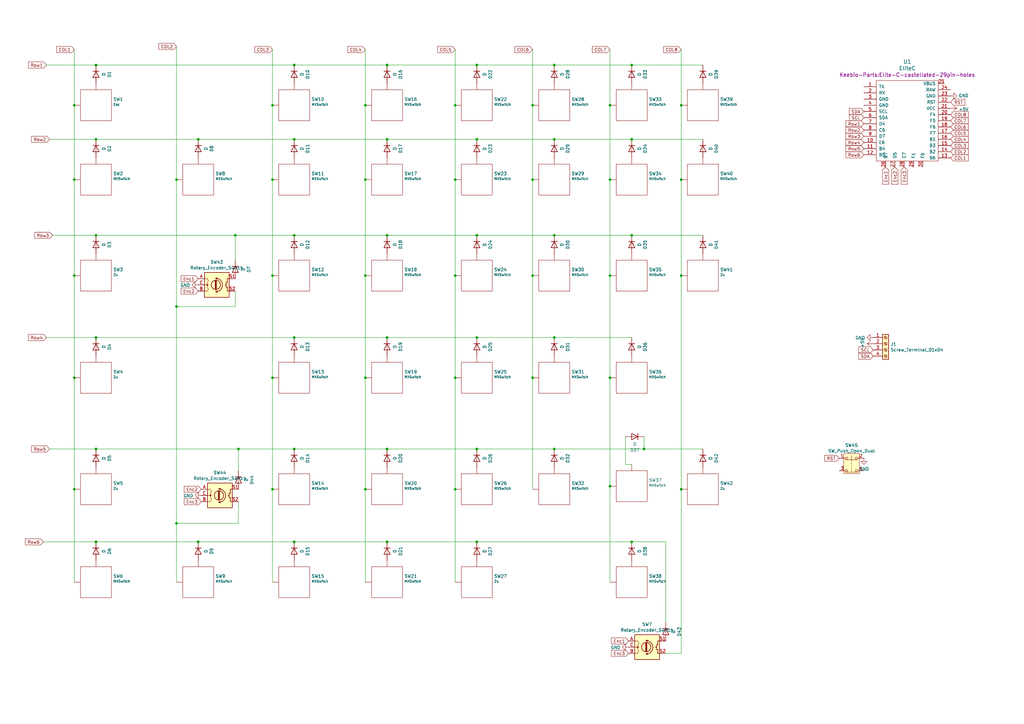
<source format=kicad_sch>
(kicad_sch (version 20231120) (generator "eeschema") (generator_version "8.0")
  (paper "A3")
  (lib_symbols
    (symbol "Connector:Screw_Terminal_01x04" (pin_names (offset 1.016) hide)
      (property "Reference" "J" (at 0 5.08 0))
      (property "Value" "Screw_Terminal_01x04" (at 0 -7.62 0))
      (symbol "Screw_Terminal_01x04_1_1"
        (rectangle (start -1.27 3.81) (end 1.27 -6.35) (stroke (width 0.254)) (fill (type background)))
        (circle (center 0 -5.08) (radius 0.635) (stroke (width 0.1524)))
        (circle (center 0 -2.54) (radius 0.635) (stroke (width 0.1524)))
        (polyline (pts (xy -0.5334 -4.7498) (xy 0.3302 -5.588)) (stroke (width 0.1524)))
        (polyline (pts (xy -0.5334 -2.2098) (xy 0.3302 -3.048)) (stroke (width 0.1524)))
        (polyline (pts (xy -0.5334 0.3302) (xy 0.3302 -0.508)) (stroke (width 0.1524)))
        (polyline (pts (xy -0.5334 2.8702) (xy 0.3302 2.032)) (stroke (width 0.1524)))
        (polyline (pts (xy -0.3556 -4.572) (xy 0.508 -5.4102)) (stroke (width 0.1524)))
        (polyline (pts (xy -0.3556 -2.032) (xy 0.508 -2.8702)) (stroke (width 0.1524)))
        (polyline (pts (xy -0.3556 0.508) (xy 0.508 -0.3302)) (stroke (width 0.1524)))
        (polyline (pts (xy -0.3556 3.048) (xy 0.508 2.2098)) (stroke (width 0.1524)))
        (circle (center 0 0) (radius 0.635) (stroke (width 0.1524)))
        (circle (center 0 2.54) (radius 0.635) (stroke (width 0.1524)))
        (pin passive line (at -5.08 2.54 0) (length 3.81) (name "Pin_1") (number "1"))
        (pin passive line (at -5.08 0 0) (length 3.81) (name "Pin_2") (number "2"))
        (pin passive line (at -5.08 -2.54 0) (length 3.81) (name "Pin_3") (number "3"))
        (pin passive line (at -5.08 -5.08 0) (length 3.81) (name "Pin_4") (number "4"))
      )
    )
    (symbol "Device:D" (pin_numbers hide) (pin_names (offset 1.016) hide)
      (property "Reference" "D" (at 0 2.54 0))
      (property "Value" "D" (at 0 -2.54 0))
      (symbol "D_0_1"
        (polyline (pts (xy -1.27 1.27) (xy -1.27 -1.27)) (stroke (width 0.254)))
        (polyline (pts (xy 1.27 0) (xy -1.27 0)))
        (polyline (pts (xy 1.27 1.27) (xy 1.27 -1.27) (xy -1.27 0) (xy 1.27 1.27)) (stroke (width 0.254)))
      )
      (symbol "D_1_1"
        (pin passive line (at -3.81 0 0) (length 2.54) (name "K") (number "1"))
        (pin passive line (at 3.81 0 180) (length 2.54) (name "A") (number "2"))
      )
    )
    (symbol "Switch:SW_Push_Open_Dual" (pin_names (offset 1.016) hide)
      (property "Reference" "SW" (at 0 3.81 0))
      (property "Value" "SW_Push_Open_Dual" (at 0 -7.62 0))
      (symbol "SW_Push_Open_Dual_0_1"
        (circle (center -2.032 -5.08) (radius 0.508))
        (circle (center -2.032 0) (radius 0.508))
        (polyline (pts (xy 0 -4.953) (xy 0 -5.461)))
        (polyline (pts (xy 0 -3.937) (xy 0 -4.445)))
        (polyline (pts (xy 0 -3.429) (xy 0 -2.921)))
        (polyline (pts (xy 0 -2.413) (xy 0 -1.905)))
        (polyline (pts (xy 0 -1.397) (xy 0 -0.889)))
        (polyline (pts (xy 0 -0.635) (xy 0 1.143)))
        (polyline (pts (xy 2.54 -5.715) (xy -2.54 -5.715)))
        (polyline (pts (xy 2.54 -0.635) (xy -2.54 -0.635)))
        (circle (center 2.032 -5.08) (radius 0.508))
        (circle (center 2.032 0) (radius 0.508))
        (pin passive line (at -5.08 0 0) (length 2.54) (name "1") (number "1"))
        (pin passive line (at 5.08 0 180) (length 2.54) (name "2") (number "2"))
        (pin passive line (at -5.08 -5.08 0) (length 2.54) (name "3") (number "3"))
        (pin passive line (at 5.08 -5.08 180) (length 2.54) (name "4") (number "4"))
      )
      (symbol "SW_Push_Open_Dual_1_1"
        (rectangle (start -3.175 1.905) (end 3.175 -6.35) (fill (type background)))
      )
    )
    (symbol "acheronSymbols:MXSwitch" (pin_names (offset 1.016))
      (property "Reference" "SW" (at 0 0 0))
      (property "Value" "MXSwitch" (at 0 -3.81 0))
      (symbol "MXSwitch_0_1"
        (rectangle (start -6.35 6.35) (end 6.35 -6.35))
        (polyline (pts (xy -6.35 0) (xy -8.89 0)))
        (polyline (pts (xy 0 6.35) (xy 0 8.89)))
      )
      (symbol "MXSwitch_1_1"
        (pin output line (at -8.89 0 0) (length 2.54) hide (name "Col") (number "1"))
        (pin input line (at 0 8.89 270) (length 2.54) hide (name "Row") (number "2"))
      )
    )
    (symbol "macropad-rescue:+5V-power" (power) (pin_names (offset 0))
      (property "Value" "power_+5V" (at 0 3.556 0))
      (symbol "+5V-power_0_1"
        (polyline (pts (xy -0.762 1.27) (xy 0 2.54)))
        (polyline (pts (xy 0 0) (xy 0 2.54)))
        (polyline (pts (xy 0 2.54) (xy 0.762 1.27)))
      )
      (symbol "+5V-power_1_1"
        (pin power_in line (at 0 0 90) (length 0) hide (name "+5V") (number "1"))
      )
    )
    (symbol "macropad-rescue:GND-power" (power) (pin_names (offset 0))
      (property "Value" "power_GND" (at 0 -3.81 0))
      (symbol "GND-power_0_1"
        (polyline (pts (xy 0 0) (xy 0 -1.27) (xy 1.27 -1.27) (xy 0 -2.54) (xy -1.27 -1.27) (xy 0 -1.27)))
      )
      (symbol "GND-power_1_1"
        (pin power_in line (at 0 0 270) (length 0) hide (name "GND") (number "1"))
      )
    )
    (symbol "macropad-rescue:Rotary_Encoder_Switch-Device" (pin_names (offset 0.254) hide)
      (property "Reference" "SW" (at 0 6.604 0))
      (property "Value" "Device_Rotary_Encoder_Switch" (at 0 -6.604 0))
      (symbol "Rotary_Encoder_Switch-Device_0_1"
        (rectangle (start -5.08 5.08) (end 5.08 -5.08) (stroke (width 0.254)) (fill (type background)))
        (circle (center -3.81 0) (radius 0.254) (fill (type outline)))
        (arc (start -0.381 -2.794) (mid 2.3622 -0.0508) (end -0.381 2.667) (stroke (width 0.254)))
        (circle (center -0.381 0) (radius 1.905) (stroke (width 0.254)))
        (polyline (pts (xy -0.635 -1.778) (xy -0.635 1.778)) (stroke (width 0.254)))
        (polyline (pts (xy -0.381 -1.778) (xy -0.381 1.778)) (stroke (width 0.254)))
        (polyline (pts (xy -0.127 1.778) (xy -0.127 -1.778)) (stroke (width 0.254)))
        (polyline (pts (xy 3.81 0) (xy 3.429 0)) (stroke (width 0.254)))
        (polyline (pts (xy 3.81 1.016) (xy 3.81 -1.016)) (stroke (width 0.254)))
        (polyline (pts (xy -5.08 -2.54) (xy -3.81 -2.54) (xy -3.81 -2.032)))
        (polyline (pts (xy -5.08 2.54) (xy -3.81 2.54) (xy -3.81 2.032)))
        (polyline (pts (xy 0.254 -3.048) (xy -0.508 -2.794) (xy 0.127 -2.413)) (stroke (width 0.254)))
        (polyline (pts (xy 0.254 2.921) (xy -0.508 2.667) (xy 0.127 2.286)) (stroke (width 0.254)))
        (polyline (pts (xy 5.08 -2.54) (xy 4.318 -2.54) (xy 4.318 -1.016)) (stroke (width 0.254)))
        (polyline (pts (xy 5.08 2.54) (xy 4.318 2.54) (xy 4.318 1.016)) (stroke (width 0.254)))
        (polyline (pts (xy -5.08 0) (xy -3.81 0) (xy -3.81 -1.016) (xy -3.302 -2.032)))
        (polyline (pts (xy -4.318 0) (xy -3.81 0) (xy -3.81 1.016) (xy -3.302 2.032)))
        (circle (center 4.318 -1.016) (radius 0.127) (stroke (width 0.254)))
        (circle (center 4.318 1.016) (radius 0.127) (stroke (width 0.254)))
      )
      (symbol "Rotary_Encoder_Switch-Device_1_1"
        (pin passive line (at -7.62 2.54 0) (length 2.54) (name "A") (number "A"))
        (pin passive line (at -7.62 -2.54 0) (length 2.54) (name "B") (number "B"))
        (pin passive line (at -7.62 0 0) (length 2.54) (name "C") (number "C"))
        (pin passive line (at 7.62 2.54 180) (length 2.54) (name "S1") (number "S1"))
        (pin passive line (at 7.62 -2.54 180) (length 2.54) (name "S2") (number "S2"))
      )
    )
    (symbol "promicro:EliteC" (pin_names (offset 1.016))
      (property "Reference" "U" (at 0 24.13 0))
      (property "Value" "EliteC" (at -1.27 -11.43 0))
      (symbol "EliteC_0_0"
        (pin output line (at 15.24 20.32 180) (length 2.54) (name "VBUS") (number "25"))
      )
      (symbol "EliteC_0_1"
        (rectangle (start -12.7 21.59) (end 12.7 -11.43))
      )
      (symbol "EliteC_1_1"
        (pin bidirectional line (at -17.78 19.05 0) (length 5.08) (name "TX") (number "1"))
        (pin bidirectional line (at -17.78 -3.81 0) (length 5.08) (name "E6") (number "10"))
        (pin bidirectional line (at -17.78 -6.35 0) (length 5.08) (name "B4") (number "11"))
        (pin bidirectional line (at -17.78 -8.89 0) (length 5.08) (name "B5") (number "12"))
        (pin bidirectional line (at 17.78 -10.16 180) (length 5.08) (name "B6") (number "13"))
        (pin bidirectional line (at 17.78 -7.62 180) (length 5.08) (name "B2") (number "14"))
        (pin bidirectional line (at 17.78 -5.08 180) (length 5.08) (name "B3") (number "15"))
        (pin bidirectional line (at 17.78 -2.54 180) (length 5.08) (name "B1") (number "16"))
        (pin bidirectional line (at 17.78 0 180) (length 5.08) (name "F7") (number "17"))
        (pin bidirectional line (at 17.78 2.54 180) (length 5.08) (name "F6") (number "18"))
        (pin bidirectional line (at 17.78 5.08 180) (length 5.08) (name "F5") (number "19"))
        (pin bidirectional line (at -17.78 16.51 0) (length 5.08) (name "RX") (number "2"))
        (pin bidirectional line (at 17.78 7.62 180) (length 5.08) (name "F4") (number "20"))
        (pin power_in line (at 17.78 10.16 180) (length 5.08) (name "VCC") (number "21"))
        (pin input line (at 17.78 12.7 180) (length 5.08) (name "RST") (number "22"))
        (pin power_in line (at 17.78 15.24 180) (length 5.08) (name "GND") (number "23"))
        (pin power_out line (at 17.78 17.78 180) (length 5.08) (name "RAW") (number "24"))
        (pin bidirectional line (at -8.89 -13.97 90) (length 2.54) (name "B7") (number "26"))
        (pin bidirectional line (at -5.08 -13.97 90) (length 2.54) (name "D5") (number "27"))
        (pin bidirectional line (at -1.27 -13.97 90) (length 2.54) (name "C7") (number "28"))
        (pin bidirectional line (at 2.54 -13.97 90) (length 2.54) (name "F1") (number "29"))
        (pin power_in line (at -17.78 13.97 0) (length 5.08) (name "GND") (number "3"))
        (pin bidirectional line (at 6.35 -13.97 90) (length 2.54) (name "F0") (number "30"))
        (pin power_in line (at -17.78 11.43 0) (length 5.08) (name "GND") (number "4"))
        (pin bidirectional line (at -17.78 8.89 0) (length 5.08) (name "SCL") (number "5"))
        (pin bidirectional line (at -17.78 6.35 0) (length 5.08) (name "SDA") (number "6"))
        (pin bidirectional line (at -17.78 3.81 0) (length 5.08) (name "D4") (number "7"))
        (pin bidirectional line (at -17.78 1.27 0) (length 5.08) (name "C6") (number "8"))
        (pin bidirectional line (at -17.78 -1.27 0) (length 5.08) (name "D7") (number "9"))
      )
    )
  )
  (junction (at 218.44 113.03))
  (junction (at 111.76 43.18))
  (junction (at 186.69 113.03))
  (junction (at 39.37 26.67))
  (junction (at 120.65 57.15))
  (junction (at 227.33 184.15))
  (junction (at 250.19 43.18))
  (junction (at 120.65 138.43))
  (junction (at 186.69 200.66))
  (junction (at 81.28 57.15))
  (junction (at 158.75 57.15))
  (junction (at 195.58 184.15))
  (junction (at 111.76 200.66))
  (junction (at 120.65 184.15))
  (junction (at 39.37 138.43))
  (junction (at 111.76 113.03))
  (junction (at 250.19 113.03))
  (junction (at 120.65 222.25))
  (junction (at 30.48 73.66))
  (junction (at 279.4 43.18))
  (junction (at 81.28 222.25))
  (junction (at 39.37 184.15))
  (junction (at 186.69 73.66))
  (junction (at 72.39 214.63))
  (junction (at 149.86 73.66))
  (junction (at 72.39 73.66))
  (junction (at 250.19 199.39))
  (junction (at 39.37 57.15))
  (junction (at 279.4 200.66))
  (junction (at 218.44 73.66))
  (junction (at 158.75 138.43))
  (junction (at 96.52 96.52))
  (junction (at 195.58 138.43))
  (junction (at 264.16 184.15))
  (junction (at 227.33 26.67))
  (junction (at 149.86 113.03))
  (junction (at 195.58 26.67))
  (junction (at 72.39 125.73))
  (junction (at 227.33 96.52))
  (junction (at 259.08 26.67))
  (junction (at 227.33 57.15))
  (junction (at 149.86 200.66))
  (junction (at 259.08 57.15))
  (junction (at 218.44 43.18))
  (junction (at 250.19 73.66))
  (junction (at 149.86 154.94))
  (junction (at 158.75 96.52))
  (junction (at 218.44 154.94))
  (junction (at 186.69 43.18))
  (junction (at 259.08 222.25))
  (junction (at 30.48 154.94))
  (junction (at 149.86 43.18))
  (junction (at 39.37 96.52))
  (junction (at 195.58 96.52))
  (junction (at 97.79 184.15))
  (junction (at 186.69 154.94))
  (junction (at 30.48 200.66))
  (junction (at 279.4 113.03))
  (junction (at 259.08 96.52))
  (junction (at 30.48 113.03))
  (junction (at 39.37 222.25))
  (junction (at 279.4 73.66))
  (junction (at 158.75 26.67))
  (junction (at 195.58 222.25))
  (junction (at 30.48 43.18))
  (junction (at 111.76 73.66))
  (junction (at 120.65 26.67))
  (junction (at 250.19 154.94))
  (junction (at 111.76 154.94))
  (junction (at 195.58 57.15))
  (junction (at 158.75 184.15))
  (junction (at 158.75 222.25))
  (junction (at 227.33 138.43))
  (junction (at 120.65 96.52))
  (wire (pts (xy 186.69 200.66) (xy 186.69 154.94)))
  (wire (pts (xy 195.58 222.25) (xy 158.75 222.25)))
  (wire (pts (xy 186.69 113.03) (xy 186.69 73.66)))
  (wire (pts (xy 264.16 179.07) (xy 264.16 184.15)))
  (wire (pts (xy 218.44 43.18) (xy 218.44 73.66)))
  (wire (pts (xy 259.08 138.43) (xy 227.33 138.43)))
  (wire (pts (xy 227.33 138.43) (xy 195.58 138.43)))
  (wire (pts (xy 250.19 113.03) (xy 250.19 154.94)))
  (wire (pts (xy 149.86 73.66) (xy 149.86 113.03)))
  (wire (pts (xy 30.48 43.18) (xy 30.48 20.32)))
  (wire (pts (xy 227.33 96.52) (xy 195.58 96.52)))
  (wire (pts (xy 30.48 200.66) (xy 30.48 154.94)))
  (wire (pts (xy 30.48 73.66) (xy 30.48 43.18)))
  (wire (pts (xy 72.39 73.66) (xy 72.39 19.05)))
  (wire (pts (xy 218.44 43.18) (xy 218.44 20.32)))
  (wire (pts (xy 279.4 73.66) (xy 279.4 113.03)))
  (wire (pts (xy 195.58 26.67) (xy 158.75 26.67)))
  (wire (pts (xy 39.37 184.15) (xy 20.32 184.15)))
  (wire (pts (xy 264.16 184.15) (xy 288.29 184.15)))
  (wire (pts (xy 30.48 113.03) (xy 30.48 73.66)))
  (wire (pts (xy 97.79 205.74) (xy 97.79 214.63)))
  (wire (pts (xy 81.28 57.15) (xy 39.37 57.15)))
  (wire (pts (xy 39.37 57.15) (xy 20.32 57.15)))
  (wire (pts (xy 149.86 200.66) (xy 149.86 238.76)))
  (wire (pts (xy 186.69 154.94) (xy 186.69 113.03)))
  (wire (pts (xy 158.75 138.43) (xy 120.65 138.43)))
  (wire (pts (xy 195.58 184.15) (xy 158.75 184.15)))
  (wire (pts (xy 186.69 43.18) (xy 186.69 73.66)))
  (wire (pts (xy 72.39 214.63) (xy 72.39 238.76)))
  (wire (pts (xy 288.29 96.52) (xy 259.08 96.52)))
  (wire (pts (xy 256.54 179.07) (xy 256.54 190.5)))
  (wire (pts (xy 256.54 190.5) (xy 259.08 190.5)))
  (wire (pts (xy 250.19 73.66) (xy 250.19 43.18)))
  (wire (pts (xy 218.44 154.94) (xy 218.44 200.66)))
  (wire (pts (xy 227.33 57.15) (xy 195.58 57.15)))
  (wire (pts (xy 250.19 199.39) (xy 250.19 238.76)))
  (wire (pts (xy 279.4 43.18) (xy 279.4 20.32)))
  (wire (pts (xy 279.4 43.18) (xy 279.4 73.66)))
  (wire (pts (xy 96.52 125.73) (xy 72.39 125.73)))
  (wire (pts (xy 273.05 255.27) (xy 273.05 222.25)))
  (wire (pts (xy 39.37 96.52) (xy 21.59 96.52)))
  (wire (pts (xy 273.05 267.97) (xy 279.4 267.97)))
  (wire (pts (xy 39.37 138.43) (xy 19.05 138.43)))
  (wire (pts (xy 111.76 154.94) (xy 111.76 113.03)))
  (wire (pts (xy 111.76 113.03) (xy 111.76 73.66)))
  (wire (pts (xy 227.33 26.67) (xy 195.58 26.67)))
  (wire (pts (xy 259.08 26.67) (xy 227.33 26.67)))
  (wire (pts (xy 279.4 200.66) (xy 279.4 113.03)))
  (wire (pts (xy 39.37 222.25) (xy 17.78 222.25)))
  (wire (pts (xy 120.65 57.15) (xy 81.28 57.15)))
  (wire (pts (xy 149.86 43.18) (xy 149.86 73.66)))
  (wire (pts (xy 195.58 96.52) (xy 158.75 96.52)))
  (wire (pts (xy 186.69 20.32) (xy 186.69 43.18)))
  (wire (pts (xy 250.19 113.03) (xy 250.19 73.66)))
  (wire (pts (xy 96.52 119.38) (xy 96.52 125.73)))
  (wire (pts (xy 39.37 138.43) (xy 120.65 138.43)))
  (wire (pts (xy 288.29 26.67) (xy 259.08 26.67)))
  (wire (pts (xy 227.33 184.15) (xy 195.58 184.15)))
  (wire (pts (xy 39.37 26.67) (xy 19.05 26.67)))
  (wire (pts (xy 158.75 184.15) (xy 120.65 184.15)))
  (wire (pts (xy 96.52 96.52) (xy 39.37 96.52)))
  (wire (pts (xy 149.86 113.03) (xy 149.86 154.94)))
  (wire (pts (xy 111.76 200.66) (xy 111.76 154.94)))
  (wire (pts (xy 97.79 184.15) (xy 39.37 184.15)))
  (wire (pts (xy 111.76 73.66) (xy 111.76 43.18)))
  (wire (pts (xy 97.79 193.04) (xy 97.79 184.15)))
  (wire (pts (xy 72.39 73.66) (xy 72.39 125.73)))
  (wire (pts (xy 97.79 214.63) (xy 72.39 214.63)))
  (wire (pts (xy 195.58 138.43) (xy 158.75 138.43)))
  (wire (pts (xy 218.44 113.03) (xy 218.44 154.94)))
  (wire (pts (xy 81.28 222.25) (xy 39.37 222.25)))
  (wire (pts (xy 259.08 96.52) (xy 227.33 96.52)))
  (wire (pts (xy 227.33 184.15) (xy 264.16 184.15)))
  (wire (pts (xy 120.65 184.15) (xy 97.79 184.15)))
  (wire (pts (xy 120.65 222.25) (xy 81.28 222.25)))
  (wire (pts (xy 158.75 26.67) (xy 120.65 26.67)))
  (wire (pts (xy 279.4 267.97) (xy 279.4 200.66)))
  (wire (pts (xy 195.58 222.25) (xy 259.08 222.25)))
  (wire (pts (xy 158.75 57.15) (xy 120.65 57.15)))
  (wire (pts (xy 218.44 73.66) (xy 218.44 113.03)))
  (wire (pts (xy 30.48 238.76) (xy 30.48 200.66)))
  (wire (pts (xy 96.52 106.68) (xy 96.52 96.52)))
  (wire (pts (xy 250.19 154.94) (xy 250.19 199.39)))
  (wire (pts (xy 259.08 57.15) (xy 227.33 57.15)))
  (wire (pts (xy 111.76 238.76) (xy 111.76 200.66)))
  (wire (pts (xy 111.76 43.18) (xy 111.76 20.32)))
  (wire (pts (xy 195.58 57.15) (xy 158.75 57.15)))
  (wire (pts (xy 158.75 222.25) (xy 120.65 222.25)))
  (wire (pts (xy 186.69 238.76) (xy 186.69 200.66)))
  (wire (pts (xy 158.75 96.52) (xy 120.65 96.52)))
  (wire (pts (xy 120.65 96.52) (xy 96.52 96.52)))
  (wire (pts (xy 72.39 125.73) (xy 72.39 214.63)))
  (wire (pts (xy 288.29 57.15) (xy 259.08 57.15)))
  (wire (pts (xy 39.37 26.67) (xy 120.65 26.67)))
  (wire (pts (xy 149.86 43.18) (xy 149.86 20.32)))
  (wire (pts (xy 149.86 154.94) (xy 149.86 200.66)))
  (wire (pts (xy 250.19 43.18) (xy 250.19 20.32)))
  (wire (pts (xy 273.05 222.25) (xy 259.08 222.25)))
  (wire (pts (xy 30.48 154.94) (xy 30.48 113.03)))
  (global_label "COL7" (shape input) (at 250.19 20.32 180) (property "Intersheetrefs" "${INTERSHEET_REFS}" (effects (hide yes))))
  (global_label "Enc2" (shape input) (at 82.55 200.66 180) (property "Intersheetrefs" "${INTERSHEET_REFS}" (effects (hide yes))))
  (global_label "Row6" (shape input) (at 354.33 63.5 180) (property "Intersheetrefs" "${INTERSHEET_REFS}" (effects (hide yes))))
  (global_label "Row4" (shape input) (at 19.05 138.43 180) (property "Intersheetrefs" "${INTERSHEET_REFS}" (effects (hide yes))))
  (global_label "SDA" (shape input) (at 354.33 45.72 180) (property "Intersheetrefs" "${INTERSHEET_REFS}" (effects (hide yes))))
  (global_label "COL6" (shape input) (at 218.44 20.32 180) (property "Intersheetrefs" "${INTERSHEET_REFS}" (effects (hide yes))))
  (global_label "Enc1" (shape input) (at 81.28 114.3 180) (property "Intersheetrefs" "${INTERSHEET_REFS}" (effects (hide yes))))
  (global_label "COL6" (shape input) (at 389.89 52.07 0) (property "Intersheetrefs" "${INTERSHEET_REFS}" (effects (hide yes))))
  (global_label "COL7" (shape input) (at 389.89 49.53 0) (property "Intersheetrefs" "${INTERSHEET_REFS}" (effects (hide yes))))
  (global_label "Enc1" (shape input) (at 257.81 262.89 180) (property "Intersheetrefs" "${INTERSHEET_REFS}" (effects (hide yes))))
  (global_label "COL4" (shape input) (at 149.86 20.32 180) (property "Intersheetrefs" "${INTERSHEET_REFS}" (effects (hide yes))))
  (global_label "Row1" (shape input) (at 354.33 50.8 180) (property "Intersheetrefs" "${INTERSHEET_REFS}" (effects (hide yes))))
  (global_label "Row2" (shape input) (at 20.32 57.15 180) (property "Intersheetrefs" "${INTERSHEET_REFS}" (effects (hide yes))))
  (global_label "Enc3" (shape input) (at 370.84 68.58 270) (property "Intersheetrefs" "${INTERSHEET_REFS}" (effects (hide yes))))
  (global_label "Row3" (shape input) (at 354.33 55.88 180) (property "Intersheetrefs" "${INTERSHEET_REFS}" (effects (hide yes))))
  (global_label "Row1" (shape input) (at 19.05 26.67 180) (property "Intersheetrefs" "${INTERSHEET_REFS}" (effects (hide yes))))
  (global_label "COL1" (shape input) (at 30.48 20.32 180) (property "Intersheetrefs" "${INTERSHEET_REFS}" (effects (hide yes))))
  (global_label "Row5" (shape input) (at 20.32 184.15 180) (property "Intersheetrefs" "${INTERSHEET_REFS}" (effects (hide yes))))
  (global_label "Row5" (shape input) (at 354.33 60.96 180) (property "Intersheetrefs" "${INTERSHEET_REFS}" (effects (hide yes))))
  (global_label "SCL" (shape input) (at 354.33 48.26 180) (property "Intersheetrefs" "${INTERSHEET_REFS}" (effects (hide yes))))
  (global_label "Enc2" (shape input) (at 81.28 119.38 180) (property "Intersheetrefs" "${INTERSHEET_REFS}" (effects (hide yes))))
  (global_label "Enc3" (shape input) (at 82.55 205.74 180) (property "Intersheetrefs" "${INTERSHEET_REFS}" (effects (hide yes))))
  (global_label "COL2" (shape input) (at 389.89 62.23 0) (property "Intersheetrefs" "${INTERSHEET_REFS}" (effects (hide yes))))
  (global_label "COL8" (shape input) (at 279.4 20.32 180) (property "Intersheetrefs" "${INTERSHEET_REFS}" (effects (hide yes))))
  (global_label "COL2" (shape input) (at 72.39 19.05 180) (property "Intersheetrefs" "${INTERSHEET_REFS}" (effects (hide yes))))
  (global_label "RST" (shape input) (at 389.89 41.91 0) (property "Intersheetrefs" "${INTERSHEET_REFS}" (effects (hide yes))))
  (global_label "COL5" (shape input) (at 389.89 54.61 0) (property "Intersheetrefs" "${INTERSHEET_REFS}" (effects (hide yes))))
  (global_label "COL3" (shape input) (at 111.76 20.32 180) (property "Intersheetrefs" "${INTERSHEET_REFS}" (effects (hide yes))))
  (global_label "COL8" (shape input) (at 389.89 46.99 0) (property "Intersheetrefs" "${INTERSHEET_REFS}" (effects (hide yes))))
  (global_label "Row4" (shape input) (at 354.33 58.42 180) (property "Intersheetrefs" "${INTERSHEET_REFS}" (effects (hide yes))))
  (global_label "SCL" (shape input) (at 358.14 143.51 180) (property "Intersheetrefs" "${INTERSHEET_REFS}" (effects (hide yes))))
  (global_label "COL4" (shape input) (at 389.89 57.15 0) (property "Intersheetrefs" "${INTERSHEET_REFS}" (effects (hide yes))))
  (global_label "COL3" (shape input) (at 389.89 59.69 0) (property "Intersheetrefs" "${INTERSHEET_REFS}" (effects (hide yes))))
  (global_label "Row6" (shape input) (at 17.78 222.25 180) (property "Intersheetrefs" "${INTERSHEET_REFS}" (effects (hide yes))))
  (global_label "COL1" (shape input) (at 389.89 64.77 0) (property "Intersheetrefs" "${INTERSHEET_REFS}" (effects (hide yes))))
  (global_label "SDA" (shape input) (at 358.14 146.05 180) (property "Intersheetrefs" "${INTERSHEET_REFS}" (effects (hide yes))))
  (global_label "Enc3" (shape input) (at 257.81 267.97 180) (property "Intersheetrefs" "${INTERSHEET_REFS}" (effects (hide yes))))
  (global_label "Enc1" (shape input) (at 363.22 68.58 270) (property "Intersheetrefs" "${INTERSHEET_REFS}" (effects (hide yes))))
  (global_label "RST" (shape input) (at 344.17 187.96 180) (property "Intersheetrefs" "${INTERSHEET_REFS}" (effects (hide yes))))
  (global_label "Row2" (shape input) (at 354.33 53.34 180) (property "Intersheetrefs" "${INTERSHEET_REFS}" (effects (hide yes))))
  (global_label "COL5" (shape input) (at 186.69 20.32 180) (property "Intersheetrefs" "${INTERSHEET_REFS}" (effects (hide yes))))
  (global_label "Enc2" (shape input) (at 367.03 68.58 270) (property "Intersheetrefs" "${INTERSHEET_REFS}" (effects (hide yes))))
  (global_label "Row3" (shape input) (at 21.59 96.52 180) (property "Intersheetrefs" "${INTERSHEET_REFS}" (effects (hide yes))))
  (symbol (lib_id "acheronSymbols:MXSwitch") (at 39.37 43.18 0) (unit 1)
    (property "Reference" "SW1" (at 46.4312 40.7416 0) (effects (justify left)))
    (property "Value" "Esc" (at 46.4312 42.8498 0) (effects (font (size 0.9906 0.9906)) (justify left)))
    (property "Footprint" "Switch_Keyboard_Kailh:SW_Hotswap_Kailh_1.00u" (effects (hide yes)))
  )
  (symbol (lib_id "acheronSymbols:MXSwitch") (at 120.65 43.18 0) (unit 1)
    (property "Reference" "SW10" (at 127.7112 40.7416 0) (effects (justify left)))
    (property "Value" "MXSwitch" (at 127.7112 42.8498 0) (effects (font (size 0.9906 0.9906)) (justify left)))
    (property "Footprint" "Switch_Keyboard_Kailh:SW_Hotswap_Kailh_1.00u" (effects (hide yes)))
  )
  (symbol (lib_id "acheronSymbols:MXSwitch") (at 158.75 43.18 0) (unit 1)
    (property "Reference" "SW16" (at 165.8112 40.7416 0) (effects (justify left)))
    (property "Value" "MXSwitch" (at 165.8112 42.8498 0) (effects (font (size 0.9906 0.9906)) (justify left)))
    (property "Footprint" "Switch_Keyboard_Kailh:SW_Hotswap_Kailh_1.00u" (effects (hide yes)))
  )
  (symbol (lib_id "acheronSymbols:MXSwitch") (at 227.33 43.18 0) (unit 1)
    (property "Reference" "SW28" (at 234.3912 40.7416 0) (effects (justify left)))
    (property "Value" "MXSwitch" (at 234.3912 42.8498 0) (effects (font (size 0.9906 0.9906)) (justify left)))
    (property "Footprint" "Switch_Keyboard_Kailh:SW_Hotswap_Kailh_1.00u" (effects (hide yes)))
  )
  (symbol (lib_id "acheronSymbols:MXSwitch") (at 259.08 43.18 0) (unit 1)
    (property "Reference" "SW33" (at 266.1412 40.7416 0) (effects (justify left)))
    (property "Value" "MXSwitch" (at 266.1412 42.8498 0) (effects (font (size 0.9906 0.9906)) (justify left)))
    (property "Footprint" "Switch_Keyboard_Kailh:SW_Hotswap_Kailh_1.00u" (effects (hide yes)))
  )
  (symbol (lib_id "acheronSymbols:MXSwitch") (at 39.37 73.66 0) (unit 1)
    (property "Reference" "SW2" (at 46.4312 71.2216 0) (effects (justify left)))
    (property "Value" "MXSwitch" (at 46.4312 73.3298 0) (effects (font (size 0.9906 0.9906)) (justify left)))
    (property "Footprint" "Switch_Keyboard_Kailh:SW_Hotswap_Kailh_1.00u" (effects (hide yes)))
  )
  (symbol (lib_id "acheronSymbols:MXSwitch") (at 81.28 73.66 0) (unit 1)
    (property "Reference" "SW8" (at 88.3412 71.2216 0) (effects (justify left)))
    (property "Value" "MXSwitch" (at 88.3412 73.3298 0) (effects (font (size 0.9906 0.9906)) (justify left)))
    (property "Footprint" "Switch_Keyboard_Kailh:SW_Hotswap_Kailh_1.00u" (effects (hide yes)))
  )
  (symbol (lib_id "acheronSymbols:MXSwitch") (at 120.65 73.66 0) (unit 1)
    (property "Reference" "SW11" (at 127.7112 71.2216 0) (effects (justify left)))
    (property "Value" "MXSwitch" (at 127.7112 73.3298 0) (effects (font (size 0.9906 0.9906)) (justify left)))
    (property "Footprint" "Switch_Keyboard_Kailh:SW_Hotswap_Kailh_1.00u" (effects (hide yes)))
  )
  (symbol (lib_id "acheronSymbols:MXSwitch") (at 158.75 73.66 0) (unit 1)
    (property "Reference" "SW17" (at 165.8112 71.2216 0) (effects (justify left)))
    (property "Value" "MXSwitch" (at 165.8112 73.3298 0) (effects (font (size 0.9906 0.9906)) (justify left)))
    (property "Footprint" "Switch_Keyboard_Kailh:SW_Hotswap_Kailh_1.00u" (effects (hide yes)))
  )
  (symbol (lib_id "acheronSymbols:MXSwitch") (at 195.58 73.66 0) (unit 1)
    (property "Reference" "SW23" (at 202.6412 71.2216 0) (effects (justify left)))
    (property "Value" "MXSwitch" (at 202.6412 73.3298 0) (effects (font (size 0.9906 0.9906)) (justify left)))
    (property "Footprint" "Switch_Keyboard_Kailh:SW_Hotswap_Kailh_1.00u" (effects (hide yes)))
  )
  (symbol (lib_id "acheronSymbols:MXSwitch") (at 227.33 73.66 0) (unit 1)
    (property "Reference" "SW29" (at 234.3912 71.2216 0) (effects (justify left)))
    (property "Value" "MXSwitch" (at 234.3912 73.3298 0) (effects (font (size 0.9906 0.9906)) (justify left)))
    (property "Footprint" "Switch_Keyboard_Kailh:SW_Hotswap_Kailh_1.00u" (effects (hide yes)))
  )
  (symbol (lib_id "acheronSymbols:MXSwitch") (at 259.08 73.66 0) (unit 1)
    (property "Reference" "SW34" (at 266.1412 71.2216 0) (effects (justify left)))
    (property "Value" "MXSwitch" (at 266.1412 73.3298 0) (effects (font (size 0.9906 0.9906)) (justify left)))
    (property "Footprint" "Switch_Keyboard_Kailh:SW_Hotswap_Kailh_1.00u" (effects (hide yes)))
  )
  (symbol (lib_id "acheronSymbols:MXSwitch") (at 120.65 113.03 0) (unit 1)
    (property "Reference" "SW12" (at 127.7112 110.5916 0) (effects (justify left)))
    (property "Value" "MXSwitch" (at 127.7112 112.6998 0) (effects (font (size 0.9906 0.9906)) (justify left)))
    (property "Footprint" "Switch_Keyboard_Kailh:SW_Hotswap_Kailh_1.00u" (effects (hide yes)))
  )
  (symbol (lib_id "acheronSymbols:MXSwitch") (at 158.75 113.03 0) (unit 1)
    (property "Reference" "SW18" (at 165.8112 110.5916 0) (effects (justify left)))
    (property "Value" "MXSwitch" (at 165.8112 112.6998 0) (effects (font (size 0.9906 0.9906)) (justify left)))
    (property "Footprint" "Switch_Keyboard_Kailh:SW_Hotswap_Kailh_1.00u" (effects (hide yes)))
  )
  (symbol (lib_id "acheronSymbols:MXSwitch") (at 195.58 113.03 0) (unit 1)
    (property "Reference" "SW24" (at 202.6412 110.5916 0) (effects (justify left)))
    (property "Value" "MXSwitch" (at 202.6412 112.6998 0) (effects (font (size 0.9906 0.9906)) (justify left)))
    (property "Footprint" "Switch_Keyboard_Kailh:SW_Hotswap_Kailh_1.00u" (effects (hide yes)))
  )
  (symbol (lib_id "acheronSymbols:MXSwitch") (at 227.33 113.03 0) (unit 1)
    (property "Reference" "SW30" (at 234.3912 110.5916 0) (effects (justify left)))
    (property "Value" "MXSwitch" (at 234.3912 112.6998 0) (effects (font (size 0.9906 0.9906)) (justify left)))
    (property "Footprint" "Switch_Keyboard_Kailh:SW_Hotswap_Kailh_1.00u" (effects (hide yes)))
  )
  (symbol (lib_id "acheronSymbols:MXSwitch") (at 259.08 113.03 0) (unit 1)
    (property "Reference" "SW35" (at 266.1412 110.5916 0) (effects (justify left)))
    (property "Value" "MXSwitch" (at 266.1412 112.6998 0) (effects (font (size 0.9906 0.9906)) (justify left)))
    (property "Footprint" "Switch_Keyboard_Kailh:SW_Hotswap_Kailh_1.00u" (effects (hide yes)))
  )
  (symbol (lib_id "acheronSymbols:MXSwitch") (at 259.08 154.94 0) (unit 1)
    (property "Reference" "SW36" (at 266.1412 152.5016 0) (effects (justify left)))
    (property "Value" "MXSwitch" (at 266.1412 154.6098 0) (effects (font (size 0.9906 0.9906)) (justify left)))
    (property "Footprint" "Switch_Keyboard_Kailh:SW_Hotswap_Kailh_1.00u" (effects (hide yes)))
  )
  (symbol (lib_id "acheronSymbols:MXSwitch") (at 120.65 154.94 0) (unit 1)
    (property "Reference" "SW13" (at 127.7112 152.5016 0) (effects (justify left)))
    (property "Value" "MXSwitch" (at 127.7112 154.6098 0) (effects (font (size 0.9906 0.9906)) (justify left)))
    (property "Footprint" "Switch_Keyboard_Kailh:SW_Hotswap_Kailh_1.00u" (effects (hide yes)))
  )
  (symbol (lib_id "acheronSymbols:MXSwitch") (at 158.75 154.94 0) (unit 1)
    (property "Reference" "SW19" (at 165.8112 152.5016 0) (effects (justify left)))
    (property "Value" "MXSwitch" (at 165.8112 154.6098 0) (effects (font (size 0.9906 0.9906)) (justify left)))
    (property "Footprint" "Switch_Keyboard_Kailh:SW_Hotswap_Kailh_1.00u" (effects (hide yes)))
  )
  (symbol (lib_id "acheronSymbols:MXSwitch") (at 195.58 154.94 0) (unit 1)
    (property "Reference" "SW25" (at 202.6412 152.5016 0) (effects (justify left)))
    (property "Value" "MXSwitch" (at 202.6412 154.6098 0) (effects (font (size 0.9906 0.9906)) (justify left)))
    (property "Footprint" "Switch_Keyboard_Kailh:SW_Hotswap_Kailh_1.00u" (effects (hide yes)))
  )
  (symbol (lib_id "acheronSymbols:MXSwitch") (at 227.33 154.94 0) (unit 1)
    (property "Reference" "SW31" (at 234.3912 152.5016 0) (effects (justify left)))
    (property "Value" "MXSwitch" (at 234.3912 154.6098 0) (effects (font (size 0.9906 0.9906)) (justify left)))
    (property "Footprint" "Switch_Keyboard_Kailh:SW_Hotswap_Kailh_1.00u" (effects (hide yes)))
  )
  (symbol (lib_id "acheronSymbols:MXSwitch") (at 120.65 200.66 0) (unit 1)
    (property "Reference" "SW14" (at 127.7112 198.2216 0) (effects (justify left)))
    (property "Value" "MXSwitch" (at 127.7112 200.3298 0) (effects (font (size 0.9906 0.9906)) (justify left)))
    (property "Footprint" "Switch_Keyboard_Kailh:SW_Hotswap_Kailh_1.00u" (effects (hide yes)))
  )
  (symbol (lib_id "acheronSymbols:MXSwitch") (at 158.75 200.66 0) (unit 1)
    (property "Reference" "SW20" (at 165.8112 198.2216 0) (effects (justify left)))
    (property "Value" "MXSwitch" (at 165.8112 200.3298 0) (effects (font (size 0.9906 0.9906)) (justify left)))
    (property "Footprint" "Switch_Keyboard_Kailh:SW_Hotswap_Kailh_1.00u" (effects (hide yes)))
  )
  (symbol (lib_id "acheronSymbols:MXSwitch") (at 195.58 200.66 0) (unit 1)
    (property "Reference" "SW26" (at 202.6412 198.2216 0) (effects (justify left)))
    (property "Value" "MXSwitch" (at 202.6412 200.3298 0) (effects (font (size 0.9906 0.9906)) (justify left)))
    (property "Footprint" "Switch_Keyboard_Kailh:SW_Hotswap_Kailh_1.00u" (effects (hide yes)))
  )
  (symbol (lib_id "acheronSymbols:MXSwitch") (at 227.33 200.66 0) (unit 1)
    (property "Reference" "SW32" (at 234.3912 198.2216 0) (effects (justify left)))
    (property "Value" "MXSwitch" (at 234.3912 200.3298 0) (effects (font (size 0.9906 0.9906)) (justify left)))
    (property "Footprint" "Switch_Keyboard_Kailh:SW_Hotswap_Kailh_1.00u" (effects (hide yes)))
  )
  (symbol (lib_id "acheronSymbols:MXSwitch") (at 288.29 43.18 0) (unit 1)
    (property "Reference" "SW39" (at 295.3512 40.7416 0) (effects (justify left)))
    (property "Value" "MXSwitch" (at 295.3512 42.8498 0) (effects (font (size 0.9906 0.9906)) (justify left)))
    (property "Footprint" "Switch_Keyboard_Kailh:SW_Hotswap_Kailh_1.00u" (effects (hide yes)))
  )
  (symbol (lib_id "acheronSymbols:MXSwitch") (at 288.29 73.66 0) (unit 1)
    (property "Reference" "SW40" (at 295.3512 71.2216 0) (effects (justify left)))
    (property "Value" "MXSwitch" (at 295.3512 73.3298 0) (effects (font (size 0.9906 0.9906)) (justify left)))
    (property "Footprint" "Switch_Keyboard_Kailh:SW_Hotswap_Kailh_1.00u" (effects (hide yes)))
  )
  (symbol (lib_id "acheronSymbols:MXSwitch") (at 259.08 199.39 0) (unit 1)
    (property "Reference" "SW37" (at 266.1412 196.9516 0) (effects (justify left)))
    (property "Value" "MXSwitch" (at 266.1412 199.0598 0) (effects (font (size 0.9906 0.9906)) (justify left)))
    (property "Footprint" "Switch_Keyboard_Kailh:SW_Hotswap_Kailh_1.00u" (effects (hide yes)))
  )
  (symbol (lib_id "acheronSymbols:MXSwitch") (at 39.37 238.76 0) (unit 1)
    (property "Reference" "SW6" (at 46.4312 236.3216 0) (effects (justify left)))
    (property "Value" "MXSwitch" (at 46.4312 238.4298 0) (effects (font (size 0.9906 0.9906)) (justify left)))
    (property "Footprint" "Switch_Keyboard_Kailh:SW_Hotswap_Kailh_1.00u" (effects (hide yes)))
  )
  (symbol (lib_id "acheronSymbols:MXSwitch") (at 259.08 238.76 0) (unit 1)
    (property "Reference" "SW38" (at 266.1412 236.3216 0) (effects (justify left)))
    (property "Value" "MXSwitch" (at 266.1412 238.4298 0) (effects (font (size 0.9906 0.9906)) (justify left)))
    (property "Footprint" "Switch_Keyboard_Kailh:SW_Hotswap_Kailh_1.00u" (effects (hide yes)))
  )
  (symbol (lib_id "acheronSymbols:MXSwitch") (at 120.65 238.76 0) (unit 1)
    (property "Reference" "SW15" (at 127.7112 236.3216 0) (effects (justify left)))
    (property "Value" "MXSwitch" (at 127.7112 238.4298 0) (effects (font (size 0.9906 0.9906)) (justify left)))
    (property "Footprint" "Switch_Keyboard_Kailh:SW_Hotswap_Kailh_1.00u" (effects (hide yes)))
  )
  (symbol (lib_id "acheronSymbols:MXSwitch") (at 81.28 238.76 0) (unit 1)
    (property "Reference" "SW9" (at 88.3412 236.3216 0) (effects (justify left)))
    (property "Value" "MXSwitch" (at 88.3412 238.4298 0) (effects (font (size 0.9906 0.9906)) (justify left)))
    (property "Footprint" "Switch_Keyboard_Kailh:SW_Hotswap_Kailh_1.00u" (effects (hide yes)))
  )
  (symbol (lib_id "acheronSymbols:MXSwitch") (at 158.75 238.76 0) (unit 1)
    (property "Reference" "SW21" (at 165.8112 236.3216 0) (effects (justify left)))
    (property "Value" "MXSwitch" (at 165.8112 238.4298 0) (effects (font (size 0.9906 0.9906)) (justify left)))
    (property "Footprint" "Switch_Keyboard_Kailh:SW_Hotswap_Kailh_1.00u" (effects (hide yes)))
  )
  (symbol (lib_id "acheronSymbols:MXSwitch") (at 195.58 238.76 0) (unit 1)
    (property "Reference" "SW27" (at 202.6412 236.3216 0) (effects (justify left)))
    (property "Value" "2u" (at 202.6412 238.4298 0) (effects (font (size 0.9906 0.9906)) (justify left)))
    (property "Footprint" "MX_Only:MXOnly-2U-Hotswap" (effects (hide yes)))
  )
  (symbol (lib_id "acheronSymbols:MXSwitch") (at 288.29 113.03 0) (unit 1)
    (property "Reference" "SW41" (at 295.3512 110.5916 0) (effects (justify left)))
    (property "Value" "2u" (at 295.3512 112.6998 0) (effects (font (size 0.9906 0.9906)) (justify left)))
    (property "Footprint" "Switch_Keyboard_Kailh:2u_Hotswap_Vertical" (effects (hide yes)))
  )
  (symbol (lib_id "acheronSymbols:MXSwitch") (at 288.29 200.66 0) (unit 1)
    (property "Reference" "SW42" (at 295.3512 198.2216 0) (effects (justify left)))
    (property "Value" "2u" (at 295.3512 200.3298 0) (effects (font (size 0.9906 0.9906)) (justify left)))
    (property "Footprint" "Switch_Keyboard_Kailh:2u_Hotswap_Vertical" (effects (hide yes)))
  )
  (symbol (lib_id "acheronSymbols:MXSwitch") (at 195.58 43.18 0) (unit 1)
    (property "Reference" "SW22" (at 202.6412 40.7416 0) (effects (justify left)))
    (property "Value" "MXSwitch" (at 202.6412 42.8498 0) (effects (font (size 0.9906 0.9906)) (justify left)))
    (property "Footprint" "Switch_Keyboard_Kailh:SW_Hotswap_Kailh_1.00u" (effects (hide yes)))
  )
  (symbol (lib_id "acheronSymbols:MXSwitch") (at 39.37 113.03 0) (unit 1)
    (property "Reference" "SW3" (at 46.4312 110.5916 0) (effects (justify left)))
    (property "Value" "2u" (at 46.4312 112.6998 0) (effects (font (size 0.9906 0.9906)) (justify left)))
    (property "Footprint" "MX_Only:MXOnly-2U-Hotswap" (effects (hide yes)))
  )
  (symbol (lib_id "acheronSymbols:MXSwitch") (at 39.37 154.94 0) (unit 1)
    (property "Reference" "SW4" (at 46.4312 152.5016 0) (effects (justify left)))
    (property "Value" "2u" (at 46.4312 154.6098 0) (effects (font (size 0.9906 0.9906)) (justify left)))
    (property "Footprint" "MX_Only:MXOnly-1.75U-Hotswap" (effects (hide yes)))
  )
  (symbol (lib_id "acheronSymbols:MXSwitch") (at 39.37 200.66 0) (unit 1)
    (property "Reference" "SW5" (at 46.4312 198.2216 0) (effects (justify left)))
    (property "Value" "2u" (at 46.4312 200.3298 0) (effects (font (size 0.9906 0.9906)) (justify left)))
    (property "Footprint" "MX_Only:MXOnly-2U-Hotswap" (effects (hide yes)))
  )
  (symbol (lib_id "Device:D") (at 259.08 142.24 270) (unit 1)
    (property "Reference" "D36" (at 264.5918 142.24 0))
    (property "Value" "D" (at 262.2804 142.24 0))
    (property "Footprint" "Diode_SMD:D_SOD-123" (effects (hide yes)))
  )
  (symbol (lib_id "Device:D") (at 260.35 179.07 180) (unit 1)
    (property "Reference" "D37" (at 260.35 184.5818 0))
    (property "Value" "D" (at 260.35 182.2704 0))
    (property "Footprint" "Diode_SMD:D_SOD-123" (effects (hide yes)))
  )
  (symbol (lib_id "Device:D") (at 39.37 30.48 270) (unit 1)
    (property "Reference" "D1" (at 44.8818 30.48 0))
    (property "Value" "D" (at 42.5704 30.48 0))
    (property "Footprint" "Diode_SMD:D_SOD-123" (effects (hide yes)))
  )
  (symbol (lib_id "Device:D") (at 120.65 30.48 270) (unit 1)
    (property "Reference" "D10" (at 126.1618 30.48 0))
    (property "Value" "D" (at 123.8504 30.48 0))
    (property "Footprint" "Diode_SMD:D_SOD-123" (effects (hide yes)))
  )
  (symbol (lib_id "Device:D") (at 158.75 30.48 270) (unit 1)
    (property "Reference" "D16" (at 164.2618 30.48 0))
    (property "Value" "D" (at 161.9504 30.48 0))
    (property "Footprint" "Diode_SMD:D_SOD-123" (effects (hide yes)))
  )
  (symbol (lib_id "Device:D") (at 195.58 30.48 270) (unit 1)
    (property "Reference" "D22" (at 201.0918 30.48 0))
    (property "Value" "D" (at 198.7804 30.48 0))
    (property "Footprint" "Diode_SMD:D_SOD-123" (effects (hide yes)))
  )
  (symbol (lib_id "Device:D") (at 227.33 30.48 270) (unit 1)
    (property "Reference" "D28" (at 232.8418 30.48 0))
    (property "Value" "D" (at 230.5304 30.48 0))
    (property "Footprint" "Diode_SMD:D_SOD-123" (effects (hide yes)))
  )
  (symbol (lib_id "Device:D") (at 259.08 30.48 270) (unit 1)
    (property "Reference" "D33" (at 264.5918 30.48 0))
    (property "Value" "D" (at 262.2804 30.48 0))
    (property "Footprint" "Diode_SMD:D_SOD-123" (effects (hide yes)))
  )
  (symbol (lib_id "Device:D") (at 288.29 30.48 270) (unit 1)
    (property "Reference" "D39" (at 293.8018 30.48 0))
    (property "Value" "D" (at 291.4904 30.48 0))
    (property "Footprint" "Diode_SMD:D_SOD-123" (effects (hide yes)))
  )
  (symbol (lib_id "Device:D") (at 288.29 60.96 270) (unit 1)
    (property "Reference" "D40" (at 293.8018 60.96 0))
    (property "Value" "D" (at 291.4904 60.96 0))
    (property "Footprint" "Diode_SMD:D_SOD-123" (effects (hide yes)))
  )
  (symbol (lib_id "Device:D") (at 259.08 60.96 270) (unit 1)
    (property "Reference" "D34" (at 264.5918 60.96 0))
    (property "Value" "D" (at 262.2804 60.96 0))
    (property "Footprint" "Diode_SMD:D_SOD-123" (effects (hide yes)))
  )
  (symbol (lib_id "Device:D") (at 227.33 60.96 270) (unit 1)
    (property "Reference" "D29" (at 232.8418 60.96 0))
    (property "Value" "D" (at 230.5304 60.96 0))
    (property "Footprint" "Diode_SMD:D_SOD-123" (effects (hide yes)))
  )
  (symbol (lib_id "Device:D") (at 195.58 60.96 270) (unit 1)
    (property "Reference" "D23" (at 201.0918 60.96 0))
    (property "Value" "D" (at 198.7804 60.96 0))
    (property "Footprint" "Diode_SMD:D_SOD-123" (effects (hide yes)))
  )
  (symbol (lib_id "Device:D") (at 158.75 60.96 270) (unit 1)
    (property "Reference" "D17" (at 164.2618 60.96 0))
    (property "Value" "D" (at 161.9504 60.96 0))
    (property "Footprint" "Diode_SMD:D_SOD-123" (effects (hide yes)))
  )
  (symbol (lib_id "Device:D") (at 120.65 60.96 270) (unit 1)
    (property "Reference" "D11" (at 126.1618 60.96 0))
    (property "Value" "D" (at 123.8504 60.96 0))
    (property "Footprint" "Diode_SMD:D_SOD-123" (effects (hide yes)))
  )
  (symbol (lib_id "Device:D") (at 81.28 60.96 270) (unit 1)
    (property "Reference" "D8" (at 86.7918 60.96 0))
    (property "Value" "D" (at 84.4804 60.96 0))
    (property "Footprint" "Diode_SMD:D_SOD-123" (effects (hide yes)))
  )
  (symbol (lib_id "Device:D") (at 39.37 60.96 270) (unit 1)
    (property "Reference" "D2" (at 44.8818 60.96 0))
    (property "Value" "D" (at 42.5704 60.96 0))
    (property "Footprint" "Diode_SMD:D_SOD-123" (effects (hide yes)))
  )
  (symbol (lib_id "Device:D") (at 39.37 100.33 270) (unit 1)
    (property "Reference" "D3" (at 44.8818 100.33 0))
    (property "Value" "D" (at 42.5704 100.33 0))
    (property "Footprint" "Diode_SMD:D_SOD-123" (effects (hide yes)))
  )
  (symbol (lib_id "Device:D") (at 120.65 100.33 270) (unit 1)
    (property "Reference" "D12" (at 126.1618 100.33 0))
    (property "Value" "D" (at 123.8504 100.33 0))
    (property "Footprint" "Diode_SMD:D_SOD-123" (effects (hide yes)))
  )
  (symbol (lib_id "Device:D") (at 158.75 100.33 270) (unit 1)
    (property "Reference" "D18" (at 164.2618 100.33 0))
    (property "Value" "D" (at 161.9504 100.33 0))
    (property "Footprint" "Diode_SMD:D_SOD-123" (effects (hide yes)))
  )
  (symbol (lib_id "Device:D") (at 195.58 100.33 270) (unit 1)
    (property "Reference" "D24" (at 201.0918 100.33 0))
    (property "Value" "D" (at 198.7804 100.33 0))
    (property "Footprint" "Diode_SMD:D_SOD-123" (effects (hide yes)))
  )
  (symbol (lib_id "Device:D") (at 227.33 100.33 270) (unit 1)
    (property "Reference" "D30" (at 232.8418 100.33 0))
    (property "Value" "D" (at 230.5304 100.33 0))
    (property "Footprint" "Diode_SMD:D_SOD-123" (effects (hide yes)))
  )
  (symbol (lib_id "Device:D") (at 259.08 100.33 270) (unit 1)
    (property "Reference" "D35" (at 264.5918 100.33 0))
    (property "Value" "D" (at 262.2804 100.33 0))
    (property "Footprint" "Diode_SMD:D_SOD-123" (effects (hide yes)))
  )
  (symbol (lib_id "Device:D") (at 288.29 100.33 270) (unit 1)
    (property "Reference" "D41" (at 293.8018 100.33 0))
    (property "Value" "D" (at 291.4904 100.33 0))
    (property "Footprint" "Diode_SMD:D_SOD-123" (effects (hide yes)))
  )
  (symbol (lib_id "Device:D") (at 227.33 142.24 270) (unit 1)
    (property "Reference" "D31" (at 232.8418 142.24 0))
    (property "Value" "D" (at 230.5304 142.24 0))
    (property "Footprint" "Diode_SMD:D_SOD-123" (effects (hide yes)))
  )
  (symbol (lib_id "Device:D") (at 195.58 142.24 270) (unit 1)
    (property "Reference" "D25" (at 201.0918 142.24 0))
    (property "Value" "D" (at 198.7804 142.24 0))
    (property "Footprint" "Diode_SMD:D_SOD-123" (effects (hide yes)))
  )
  (symbol (lib_id "Device:D") (at 158.75 142.24 270) (unit 1)
    (property "Reference" "D19" (at 164.2618 142.24 0))
    (property "Value" "D" (at 161.9504 142.24 0))
    (property "Footprint" "Diode_SMD:D_SOD-123" (effects (hide yes)))
  )
  (symbol (lib_id "Device:D") (at 120.65 142.24 270) (unit 1)
    (property "Reference" "D13" (at 126.1618 142.24 0))
    (property "Value" "D" (at 123.8504 142.24 0))
    (property "Footprint" "Diode_SMD:D_SOD-123" (effects (hide yes)))
  )
  (symbol (lib_id "Device:D") (at 39.37 142.24 270) (unit 1)
    (property "Reference" "D4" (at 44.8818 142.24 0))
    (property "Value" "D" (at 42.5704 142.24 0))
    (property "Footprint" "Diode_SMD:D_SOD-123" (effects (hide yes)))
  )
  (symbol (lib_id "Device:D") (at 39.37 187.96 270) (unit 1)
    (property "Reference" "D5" (at 44.8818 187.96 0))
    (property "Value" "D" (at 42.5704 187.96 0))
    (property "Footprint" "Diode_SMD:D_SOD-123" (effects (hide yes)))
  )
  (symbol (lib_id "Device:D") (at 120.65 187.96 270) (unit 1)
    (property "Reference" "D14" (at 126.1618 187.96 0))
    (property "Value" "D" (at 123.8504 187.96 0))
    (property "Footprint" "Diode_SMD:D_SOD-123" (effects (hide yes)))
  )
  (symbol (lib_id "Device:D") (at 158.75 187.96 270) (unit 1)
    (property "Reference" "D20" (at 164.2618 187.96 0))
    (property "Value" "D" (at 161.9504 187.96 0))
    (property "Footprint" "Diode_SMD:D_SOD-123" (effects (hide yes)))
  )
  (symbol (lib_id "Device:D") (at 195.58 187.96 270) (unit 1)
    (property "Reference" "D26" (at 201.0918 187.96 0))
    (property "Value" "D" (at 198.7804 187.96 0))
    (property "Footprint" "Diode_SMD:D_SOD-123" (effects (hide yes)))
  )
  (symbol (lib_id "Device:D") (at 227.33 187.96 270) (unit 1)
    (property "Reference" "D32" (at 232.8418 187.96 0))
    (property "Value" "D" (at 230.5304 187.96 0))
    (property "Footprint" "Diode_SMD:D_SOD-123" (effects (hide yes)))
  )
  (symbol (lib_id "Device:D") (at 288.29 187.96 270) (unit 1)
    (property "Reference" "D42" (at 293.8018 187.96 0))
    (property "Value" "D" (at 291.4904 187.96 0))
    (property "Footprint" "Diode_SMD:D_SOD-123" (effects (hide yes)))
  )
  (symbol (lib_id "Device:D") (at 259.08 226.06 270) (unit 1)
    (property "Reference" "D38" (at 264.5918 226.06 0))
    (property "Value" "D" (at 262.2804 226.06 0))
    (property "Footprint" "Diode_SMD:D_SOD-123" (effects (hide yes)))
  )
  (symbol (lib_id "Device:D") (at 195.58 226.06 270) (unit 1)
    (property "Reference" "D27" (at 201.0918 226.06 0))
    (property "Value" "D" (at 198.7804 226.06 0))
    (property "Footprint" "Diode_SMD:D_SOD-123" (effects (hide yes)))
  )
  (symbol (lib_id "Device:D") (at 158.75 226.06 270) (unit 1)
    (property "Reference" "D21" (at 164.2618 226.06 0))
    (property "Value" "D" (at 161.9504 226.06 0))
    (property "Footprint" "Diode_SMD:D_SOD-123" (effects (hide yes)))
  )
  (symbol (lib_id "Device:D") (at 120.65 226.06 270) (unit 1)
    (property "Reference" "D15" (at 126.1618 226.06 0))
    (property "Value" "D" (at 123.8504 226.06 0))
    (property "Footprint" "Diode_SMD:D_SOD-123" (effects (hide yes)))
  )
  (symbol (lib_id "Device:D") (at 81.28 226.06 270) (unit 1)
    (property "Reference" "D9" (at 86.7918 226.06 0))
    (property "Value" "D" (at 84.4804 226.06 0))
    (property "Footprint" "Diode_SMD:D_SOD-123" (effects (hide yes)))
  )
  (symbol (lib_id "Device:D") (at 39.37 226.06 270) (unit 1)
    (property "Reference" "D6" (at 44.8818 226.06 0))
    (property "Value" "D" (at 42.5704 226.06 0))
    (property "Footprint" "Diode_SMD:D_SOD-123" (effects (hide yes)))
  )
  (symbol (lib_id "Connector:Screw_Terminal_01x04") (at 363.22 140.97 0) (unit 1)
    (property "Reference" "J1" (at 365.252 141.1732 0) (effects (justify left)))
    (property "Value" "Screw_Terminal_01x04" (at 365.252 143.4846 0) (effects (justify left)))
    (property "Footprint" "Connector_PinHeader_2.54mm:PinHeader_1x04_P2.54mm_Vertical" (effects (hide yes)))
  )
  (symbol (lib_id "macropad-rescue:+5V-power") (at 358.14 140.97 90) (unit 1)
    (property "Reference" "#PWR0101" (effects (hide yes)))
    (property "Value" "+5V" (at 353.7458 140.589 0))
  )
  (symbol (lib_id "macropad-rescue:+5V-power") (at 389.89 44.45 270) (unit 1)
    (property "Reference" "#PWR0102" (effects (hide yes)))
    (property "Value" "+5V" (at 393.1412 44.831 90) (effects (justify left)))
  )
  (symbol (lib_id "macropad-rescue:GND-power") (at 389.89 39.37 90) (unit 1)
    (property "Reference" "#PWR0103" (effects (hide yes)))
    (property "Value" "GND" (at 393.1412 39.243 90) (effects (justify right)))
  )
  (symbol (lib_id "macropad-rescue:GND-power") (at 358.14 138.43 270) (unit 1)
    (property "Reference" "#PWR0104" (effects (hide yes)))
    (property "Value" "GND" (at 354.8888 138.557 90) (effects (justify right)))
  )
  (symbol (lib_id "macropad-rescue:Rotary_Encoder_Switch-Device") (at 265.43 265.43 0) (unit 1)
    (property "Reference" "SW7" (at 265.43 256.1082 0))
    (property "Value" "Rotary_Encoder_Switch" (at 265.43 258.4196 0))
    (property "Footprint" "Rotary_Encoder:RotaryEncoder_Alps_EC11E-Switch_Vertical_H20mm" (effects (hide yes)))
  )
  (symbol (lib_id "Device:D") (at 273.05 259.08 270) (unit 1)
    (property "Reference" "D43" (at 278.5618 259.08 0))
    (property "Value" "D" (at 276.2504 259.08 0))
    (property "Footprint" "Diode_SMD:D_SOD-123" (effects (hide yes)))
  )
  (symbol (lib_id "macropad-rescue:Rotary_Encoder_Switch-Device") (at 90.17 203.2 0) (unit 1)
    (property "Reference" "SW44" (at 90.17 193.8782 0))
    (property "Value" "Rotary_Encoder_Switch" (at 90.17 196.1896 0))
    (property "Footprint" "Rotary_Encoder:RotaryEncoder_Alps_EC11E-Switch_Vertical_H20mm" (effects (hide yes)))
  )
  (symbol (lib_id "macropad-rescue:Rotary_Encoder_Switch-Device") (at 88.9 116.84 0) (unit 1)
    (property "Reference" "SW43" (at 88.9 107.5182 0))
    (property "Value" "Rotary_Encoder_Switch" (at 88.9 109.8296 0))
    (property "Footprint" "Rotary_Encoder:RotaryEncoder_Alps_EC11E-Switch_Vertical_H20mm" (effects (hide yes)))
  )
  (symbol (lib_id "Device:D") (at 97.79 196.85 270) (unit 1)
    (property "Reference" "D44" (at 103.3018 196.85 0))
    (property "Value" "D" (at 100.9904 196.85 0))
    (property "Footprint" "Diode_SMD:D_SOD-123" (effects (hide yes)))
  )
  (symbol (lib_id "Device:D") (at 96.52 110.49 270) (unit 1)
    (property "Reference" "D7" (at 102.0318 110.49 0))
    (property "Value" "D" (at 99.7204 110.49 0))
    (property "Footprint" "Diode_SMD:D_SOD-123" (effects (hide yes)))
  )
  (symbol (lib_id "Switch:SW_Push_Open_Dual") (at 349.25 187.96 0) (unit 1)
    (property "Reference" "SW45" (at 349.25 182.626 0))
    (property "Value" "SW_Push_Open_Dual" (at 349.25 184.9374 0))
    (property "Footprint" "Button_Switch_THT:SW_PUSH_6mm" (effects (hide yes)))
  )
  (symbol (lib_id "macropad-rescue:GND-power") (at 354.33 187.96 0) (unit 1)
    (property "Reference" "#PWR0105" (effects (hide yes)))
    (property "Value" "GND" (at 354.457 192.3542 0))
  )
  (symbol (lib_id "promicro:EliteC") (at 372.11 54.61 0) (unit 1)
    (property "Reference" "U1" (at 372.11 25.3238 0) (effects (font (size 1.524 1.524))))
    (property "Value" "EliteC" (at 372.11 28.0162 0) (effects (font (size 1.524 1.524))))
    (property "Footprint" "Keebio-Parts:Elite-C-castellated-29pin-holes" (at 372.11 30.7086 0) (effects (font (size 1.524 1.524))))
  )
  (symbol (lib_id "macropad-rescue:GND-power") (at 81.28 116.84 270) (unit 1)
    (property "Reference" "#PWR0106" (effects (hide yes)))
    (property "Value" "GND" (at 78.0288 116.967 90) (effects (justify right)))
  )
  (symbol (lib_id "macropad-rescue:GND-power") (at 82.55 203.2 270) (unit 1)
    (property "Reference" "#PWR0107" (effects (hide yes)))
    (property "Value" "GND" (at 79.2988 203.327 90) (effects (justify right)))
  )
  (symbol (lib_id "macropad-rescue:GND-power") (at 257.81 265.43 270) (unit 1)
    (property "Reference" "#PWR0108" (effects (hide yes)))
    (property "Value" "GND" (at 254.5588 265.557 90) (effects (justify right)))
  )
)
</source>
